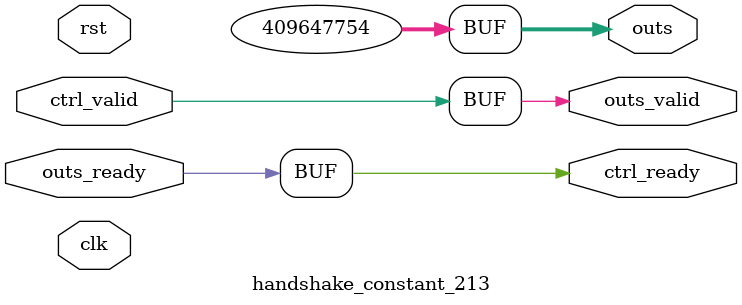
<source format=v>
`timescale 1ns / 1ps
module handshake_constant_213 #(
  parameter DATA_WIDTH = 32  // Default set to 32 bits
) (
  input                       clk,
  input                       rst,
  // Input Channel
  input                       ctrl_valid,
  output                      ctrl_ready,
  // Output Channel
  output [DATA_WIDTH - 1 : 0] outs,
  output                      outs_valid,
  input                       outs_ready
);
  assign outs       = 37'b0111000011000011010101011101010001010;
  assign outs_valid = ctrl_valid;
  assign ctrl_ready = outs_ready;

endmodule

</source>
